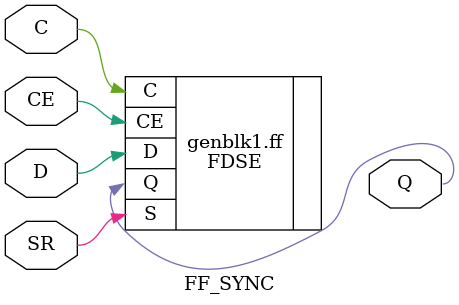
<source format=v>
`include "fdre_zini.sim.v"
`include "fdse_zini.sim.v"

(* MODES="FDSE; FDRE" *)
module FF_SYNC(C, CE, SR, D, Q);
	(* CLOCK *)
	input wire C;
	input wire CE;
	input wire SR;

	/* FF signals */
	input wire D;
	output wire Q;

	parameter MODE = "FDSE";
 	generate
		if (MODE == "FDSE") begin
			FDSE ff(.C(C), .CE(CE), .S(SR), .D(D), .Q(Q));
		end
		if (MODE == "FDRE") begin
			FDRE ff(.C(C), .CE(CE), .R(SR), .D(D), .Q(Q));
		end
	endgenerate
endmodule

</source>
